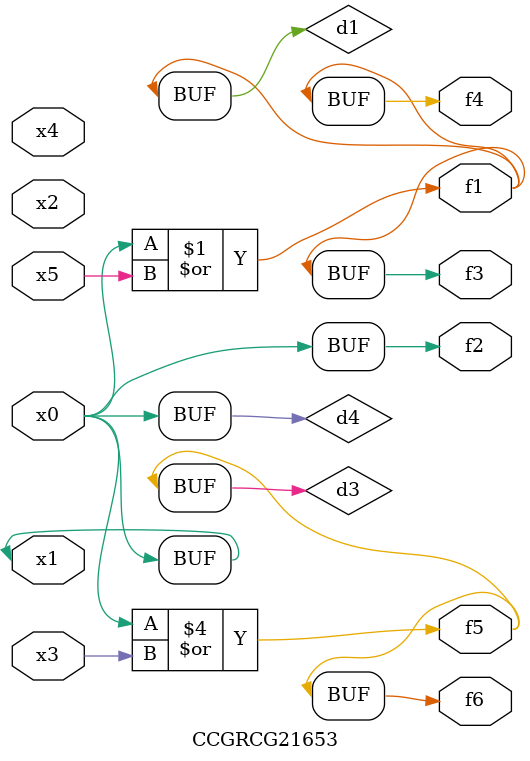
<source format=v>
module CCGRCG21653(
	input x0, x1, x2, x3, x4, x5,
	output f1, f2, f3, f4, f5, f6
);

	wire d1, d2, d3, d4;

	or (d1, x0, x5);
	xnor (d2, x1, x4);
	or (d3, x0, x3);
	buf (d4, x0, x1);
	assign f1 = d1;
	assign f2 = d4;
	assign f3 = d1;
	assign f4 = d1;
	assign f5 = d3;
	assign f6 = d3;
endmodule

</source>
